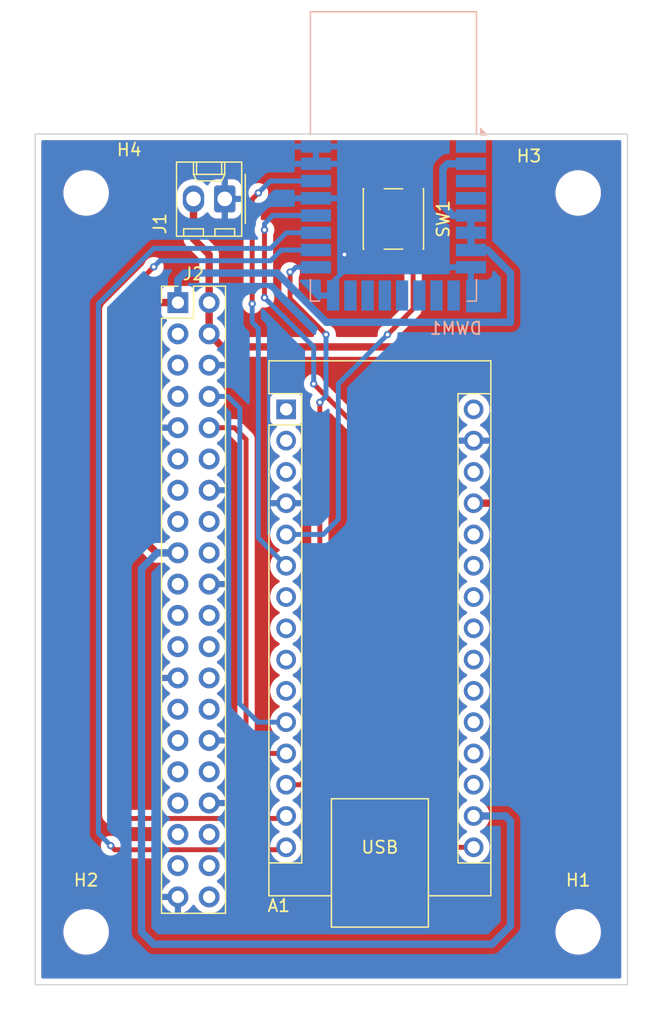
<source format=kicad_pcb>
(kicad_pcb (version 20240108) (generator "pcbnew") (generator_version "8.0")
  (layers (0 "F.Cu" signal) (31 "B.Cu" signal) (34 "B.Paste" user) (35 "F.Paste" user) (36 "B.SilkS" user "B.Silkscreen") (37 "F.SilkS" user "F.Silkscreen") (38 "B.Mask" user) (39 "F.Mask" user) (44 "Edge.Cuts" user))
  (net 0 "")
  (net 4 "/IRQ")
  (net 5 "/CS")
  (net 8 "/SCK")
  (net 14 "GND")
  (net 17 "/SOS")
  (net 19 "/GSM_TX")
  (net 20 "/MOSI")
  (net 22 "+3.3V")
  (net 24 "/GSM_RX")
  (net 28 "/MISO")
  (net 29 "+5V")
  (footprint "Module:Arduino_Nano" (layer "F.Cu") (at 112.26 115.57)
    (property "Reference" "A1" (at -0.6 40.3 180) (layer "F.SilkS"))
    (property "Value" "Arduino_Nano_v3.x")
    (fp_line (start -1.4 -3.94) (end -1.4 -1.27) (stroke (width 0.12)) (layer "F.SilkS"))
    (fp_line (start -1.4 1.27) (end -1.4 39.5) (stroke (width 0.12)) (layer "F.SilkS"))
    (fp_line (start -1.4 39.5) (end 3.68 39.5) (stroke (width 0.12)) (layer "F.SilkS"))
    (fp_line (start 1.27 -1.27) (end -1.4 -1.27) (stroke (width 0.12)) (layer "F.SilkS"))
    (fp_line (start 1.27 1.27) (end -1.4 1.27) (stroke (width 0.12)) (layer "F.SilkS"))
    (fp_line (start 1.27 1.27) (end 1.27 -1.27) (stroke (width 0.12)) (layer "F.SilkS"))
    (fp_line (start 1.27 1.27) (end 1.27 36.83) (stroke (width 0.12)) (layer "F.SilkS"))
    (fp_line (start 1.27 36.83) (end -1.4 36.83) (stroke (width 0.12)) (layer "F.SilkS"))
    (fp_line (start 3.68 31.62) (end 11.56 31.62) (stroke (width 0.12)) (layer "F.SilkS"))
    (fp_line (start 3.68 42.04) (end 3.68 31.62) (stroke (width 0.12)) (layer "F.SilkS"))
    (fp_line (start 11.56 31.62) (end 11.56 42.04) (stroke (width 0.12)) (layer "F.SilkS"))
    (fp_line (start 11.56 42.04) (end 3.68 42.04) (stroke (width 0.12)) (layer "F.SilkS"))
    (fp_line (start 13.97 -1.27) (end 13.97 36.83) (stroke (width 0.12)) (layer "F.SilkS"))
    (fp_line (start 13.97 -1.27) (end 16.64 -1.27) (stroke (width 0.12)) (layer "F.SilkS"))
    (fp_line (start 13.97 36.83) (end 16.64 36.83) (stroke (width 0.12)) (layer "F.SilkS"))
    (fp_line (start 16.64 -3.94) (end -1.4 -3.94) (stroke (width 0.12)) (layer "F.SilkS"))
    (fp_line (start 16.64 39.5) (end 11.56 39.5) (stroke (width 0.12)) (layer "F.SilkS"))
    (fp_line (start 16.64 39.5) (end 16.64 -3.94) (stroke (width 0.12)) (layer "F.SilkS"))
    (fp_text user "USB" (at 7.62 35.56 0) (layer "F.SilkS"))
    (pad "1" thru_hole rect (at 0 0) (size 1.6 1.6) (drill 1) (layers "*.Cu" "*.Mask"))
    (pad "2" thru_hole oval (at 0 2.54) (size 1.6 1.6) (drill 1) (layers "*.Cu" "*.Mask"))
    (pad "3" thru_hole oval (at 0 5.08) (size 1.6 1.6) (drill 1) (layers "*.Cu" "*.Mask"))
    (pad "4" thru_hole oval (at 0 7.62) (size 1.6 1.6) (drill 1) (layers "*.Cu" "*.Mask") (net 14 "GND"))
    (pad "5" thru_hole oval (at 0 10.16) (size 1.6 1.6) (drill 1) (layers "*.Cu" "*.Mask") (net 17 "/SOS"))
    (pad "6" thru_hole oval (at 0 12.7) (size 1.6 1.6) (drill 1) (layers "*.Cu" "*.Mask") (net 4 "/IRQ"))
    (pad "7" thru_hole oval (at 0 15.24) (size 1.6 1.6) (drill 1) (layers "*.Cu" "*.Mask"))
    (pad "8" thru_hole oval (at 0 17.78) (size 1.6 1.6) (drill 1) (layers "*.Cu" "*.Mask"))
    (pad "9" thru_hole oval (at 0 20.32) (size 1.6 1.6) (drill 1) (layers "*.Cu" "*.Mask"))
    (pad "10" thru_hole oval (at 0 22.86) (size 1.6 1.6) (drill 1) (layers "*.Cu" "*.Mask"))
    (pad "11" thru_hole oval (at 0 25.4) (size 1.6 1.6) (drill 1) (layers "*.Cu" "*.Mask") (net 19 "/GSM_TX"))
    (pad "12" thru_hole oval (at 0 27.94) (size 1.6 1.6) (drill 1) (layers "*.Cu" "*.Mask") (net 24 "/GSM_RX"))
    (pad "13" thru_hole oval (at 0 30.48) (size 1.6 1.6) (drill 1) (layers "*.Cu" "*.Mask") (net 5 "/CS"))
    (pad "14" thru_hole oval (at 0 33.02) (size 1.6 1.6) (drill 1) (layers "*.Cu" "*.Mask") (net 20 "/MOSI"))
    (pad "15" thru_hole oval (at 0 35.56) (size 1.6 1.6) (drill 1) (layers "*.Cu" "*.Mask") (net 28 "/MISO"))
    (pad "16" thru_hole oval (at 15.24 35.56) (size 1.6 1.6) (drill 1) (layers "*.Cu" "*.Mask") (net 8 "/SCK"))
    (pad "17" thru_hole oval (at 15.24 33.02) (size 1.6 1.6) (drill 1) (layers "*.Cu" "*.Mask") (net 22 "+3.3V"))
    (pad "18" thru_hole oval (at 15.24 30.48) (size 1.6 1.6) (drill 1) (layers "*.Cu" "*.Mask"))
    (pad "19" thru_hole oval (at 15.24 27.94) (size 1.6 1.6) (drill 1) (layers "*.Cu" "*.Mask"))
    (pad "20" thru_hole oval (at 15.24 25.4) (size 1.6 1.6) (drill 1) (layers "*.Cu" "*.Mask"))
    (pad "21" thru_hole oval (at 15.24 22.86) (size 1.6 1.6) (drill 1) (layers "*.Cu" "*.Mask"))
    (pad "22" thru_hole oval (at 15.24 20.32) (size 1.6 1.6) (drill 1) (layers "*.Cu" "*.Mask"))
    (pad "23" thru_hole oval (at 15.24 17.78) (size 1.6 1.6) (drill 1) (layers "*.Cu" "*.Mask"))
    (pad "24" thru_hole oval (at 15.24 15.24) (size 1.6 1.6) (drill 1) (layers "*.Cu" "*.Mask"))
    (pad "25" thru_hole oval (at 15.24 12.7) (size 1.6 1.6) (drill 1) (layers "*.Cu" "*.Mask"))
    (pad "26" thru_hole oval (at 15.24 10.16) (size 1.6 1.6) (drill 1) (layers "*.Cu" "*.Mask"))
    (pad "27" thru_hole oval (at 15.24 7.62) (size 1.6 1.6) (drill 1) (layers "*.Cu" "*.Mask") (net 29 "+5V"))
    (pad "28" thru_hole oval (at 15.24 5.08) (size 1.6 1.6) (drill 1) (layers "*.Cu" "*.Mask"))
    (pad "29" thru_hole oval (at 15.24 2.54) (size 1.6 1.6) (drill 1) (layers "*.Cu" "*.Mask") (net 14 "GND"))
    (pad "30" thru_hole oval (at 15.24 0) (size 1.6 1.6) (drill 1) (layers "*.Cu" "*.Mask"))
  )
  (footprint "MountingHole:MountingHole_3.2mm_M3" (layer "F.Cu") (at 96 98)
    (property "Reference" "H4" (at 3.5 -3.5 0) (layer "F.SilkS"))
    (property "Value" "MountingHole")
    (pad "" np_thru_hole circle (at 0 0) (size 3.2 3.2) (drill 3.2) (layers "*.Cu" "*.Mask"))
  )
  (footprint "Button_Switch_SMD:SW_SPST_PTS647_Sx70" (layer "F.Cu") (at 120.98 100.11 -90)
    (property "Reference" "SW1" (at 0 -4.05 90) (layer "F.SilkS"))
    (property "Value" "SOS BUTTON")
    (fp_line (start -2.45 2.45) (end 2.45 2.45) (stroke (width 0.12)) (layer "F.SilkS"))
    (fp_line (start -2.45 2.45) (end -2.45 2.4) (stroke (width 0.12)) (layer "F.SilkS"))
    (fp_line (start 2.45 2.45) (end 2.45 2.4) (stroke (width 0.12)) (layer "F.SilkS"))
    (fp_line (start -2.45 -0.75) (end -2.45 0.75) (stroke (width 0.12)) (layer "F.SilkS"))
    (fp_line (start 2.45 -0.75) (end 2.45 0.75) (stroke (width 0.12)) (layer "F.SilkS"))
    (fp_line (start -2.45 -2.45) (end -2.45 -2.4) (stroke (width 0.12)) (layer "F.SilkS"))
    (fp_line (start -2.45 -2.45) (end 2.45 -2.45) (stroke (width 0.12)) (layer "F.SilkS"))
    (fp_line (start 2.45 -2.45) (end 2.45 -2.4) (stroke (width 0.12)) (layer "F.SilkS"))
    (pad "1" smd roundrect (at -2.625 -1.6 270) (size 1.55 1) (layers "F.Cu" "F.Paste" "F.Mask") (net 17 "/SOS"))
    (pad "1" smd roundrect (at 2.625 -1.6 270) (size 1.55 1) (layers "F.Cu" "F.Paste" "F.Mask") (net 17 "/SOS"))
    (pad "2" smd roundrect (at -2.625 1.6 270) (size 1.55 1) (layers "F.Cu" "F.Paste" "F.Mask") (net 14 "GND"))
    (pad "2" smd roundrect (at 2.625 1.6 270) (size 1.55 1) (layers "F.Cu" "F.Paste" "F.Mask") (net 14 "GND"))
  )
  (footprint "MountingHole:MountingHole_3.2mm_M3" (layer "F.Cu") (at 96 158)
    (property "Reference" "H2" (at 0 -4.2 0) (layer "F.SilkS"))
    (property "Value" "MountingHole")
    (pad "" np_thru_hole circle (at 0 0) (size 3.2 3.2) (drill 3.2) (layers "*.Cu" "*.Mask"))
  )
  (footprint "MountingHole:MountingHole_3.2mm_M3" (layer "F.Cu") (at 136 158)
    (property "Reference" "H1" (at 0 -4.2 0) (layer "F.SilkS"))
    (property "Value" "MountingHole")
    (pad "" np_thru_hole circle (at 0 0) (size 3.2 3.2) (drill 3.2) (layers "*.Cu" "*.Mask"))
  )
  (footprint "Connector_PinHeader_2.54mm:PinHeader_2x20_P2.54mm_Vertical" (layer "F.Cu") (at 103.46 106.9)
    (property "Reference" "J2" (at 1.27 -2.33 0) (layer "F.SilkS"))
    (property "Value" "GSM/BT/GNSS Module")
    (fp_line (start -1.33 -1.33) (end 0 -1.33) (stroke (width 0.12)) (layer "F.SilkS"))
    (fp_line (start -1.33 0) (end -1.33 -1.33) (stroke (width 0.12)) (layer "F.SilkS"))
    (fp_line (start -1.33 1.27) (end -1.33 49.59) (stroke (width 0.12)) (layer "F.SilkS"))
    (fp_line (start -1.33 1.27) (end 1.27 1.27) (stroke (width 0.12)) (layer "F.SilkS"))
    (fp_line (start -1.33 49.59) (end 3.87 49.59) (stroke (width 0.12)) (layer "F.SilkS"))
    (fp_line (start 1.27 -1.33) (end 3.87 -1.33) (stroke (width 0.12)) (layer "F.SilkS"))
    (fp_line (start 1.27 1.27) (end 1.27 -1.33) (stroke (width 0.12)) (layer "F.SilkS"))
    (fp_line (start 3.87 -1.33) (end 3.87 49.59) (stroke (width 0.12)) (layer "F.SilkS"))
    (pad "1" thru_hole rect (at 0 0) (size 1.7 1.7) (drill 1) (layers "*.Cu" "*.Mask") (net 22 "+3.3V"))
    (pad "2" thru_hole oval (at 2.54 0) (size 1.7 1.7) (drill 1) (layers "*.Cu" "*.Mask") (net 29 "+5V"))
    (pad "3" thru_hole oval (at 0 2.54) (size 1.7 1.7) (drill 1) (layers "*.Cu" "*.Mask"))
    (pad "4" thru_hole oval (at 2.54 2.54) (size 1.7 1.7) (drill 1) (layers "*.Cu" "*.Mask") (net 29 "+5V"))
    (pad "5" thru_hole oval (at 0 5.08) (size 1.7 1.7) (drill 1) (layers "*.Cu" "*.Mask"))
    (pad "6" thru_hole oval (at 2.54 5.08) (size 1.7 1.7) (drill 1) (layers "*.Cu" "*.Mask") (net 14 "GND"))
    (pad "7" thru_hole oval (at 0 7.62) (size 1.7 1.7) (drill 1) (layers "*.Cu" "*.Mask"))
    (pad "8" thru_hole oval (at 2.54 7.62) (size 1.7 1.7) (drill 1) (layers "*.Cu" "*.Mask") (net 19 "/GSM_TX"))
    (pad "9" thru_hole oval (at 0 10.16) (size 1.7 1.7) (drill 1) (layers "*.Cu" "*.Mask") (net 14 "GND"))
    (pad "10" thru_hole oval (at 2.54 10.16) (size 1.7 1.7) (drill 1) (layers "*.Cu" "*.Mask") (net 24 "/GSM_RX"))
    (pad "11" thru_hole oval (at 0 12.7) (size 1.7 1.7) (drill 1) (layers "*.Cu" "*.Mask"))
    (pad "12" thru_hole oval (at 2.54 12.7) (size 1.7 1.7) (drill 1) (layers "*.Cu" "*.Mask"))
    (pad "13" thru_hole oval (at 0 15.24) (size 1.7 1.7) (drill 1) (layers "*.Cu" "*.Mask"))
    (pad "14" thru_hole oval (at 2.54 15.24) (size 1.7 1.7) (drill 1) (layers "*.Cu" "*.Mask") (net 14 "GND"))
    (pad "15" thru_hole oval (at 0 17.78) (size 1.7 1.7) (drill 1) (layers "*.Cu" "*.Mask"))
    (pad "16" thru_hole oval (at 2.54 17.78) (size 1.7 1.7) (drill 1) (layers "*.Cu" "*.Mask"))
    (pad "17" thru_hole oval (at 0 20.32) (size 1.7 1.7) (drill 1) (layers "*.Cu" "*.Mask") (net 22 "+3.3V"))
    (pad "18" thru_hole oval (at 2.54 20.32) (size 1.7 1.7) (drill 1) (layers "*.Cu" "*.Mask"))
    (pad "19" thru_hole oval (at 0 22.86) (size 1.7 1.7) (drill 1) (layers "*.Cu" "*.Mask"))
    (pad "20" thru_hole oval (at 2.54 22.86) (size 1.7 1.7) (drill 1) (layers "*.Cu" "*.Mask") (net 14 "GND"))
    (pad "21" thru_hole oval (at 0 25.4) (size 1.7 1.7) (drill 1) (layers "*.Cu" "*.Mask"))
    (pad "22" thru_hole oval (at 2.54 25.4) (size 1.7 1.7) (drill 1) (layers "*.Cu" "*.Mask"))
    (pad "23" thru_hole oval (at 0 27.94) (size 1.7 1.7) (drill 1) (layers "*.Cu" "*.Mask"))
    (pad "24" thru_hole oval (at 2.54 27.94) (size 1.7 1.7) (drill 1) (layers "*.Cu" "*.Mask"))
    (pad "25" thru_hole oval (at 0 30.48) (size 1.7 1.7) (drill 1) (layers "*.Cu" "*.Mask") (net 14 "GND"))
    (pad "26" thru_hole oval (at 2.54 30.48) (size 1.7 1.7) (drill 1) (layers "*.Cu" "*.Mask"))
    (pad "27" thru_hole oval (at 0 33.02) (size 1.7 1.7) (drill 1) (layers "*.Cu" "*.Mask"))
    (pad "28" thru_hole oval (at 2.54 33.02) (size 1.7 1.7) (drill 1) (layers "*.Cu" "*.Mask"))
    (pad "29" thru_hole oval (at 0 35.56) (size 1.7 1.7) (drill 1) (layers "*.Cu" "*.Mask"))
    (pad "30" thru_hole oval (at 2.54 35.56) (size 1.7 1.7) (drill 1) (layers "*.Cu" "*.Mask") (net 14 "GND"))
    (pad "31" thru_hole oval (at 0 38.1) (size 1.7 1.7) (drill 1) (layers "*.Cu" "*.Mask"))
    (pad "32" thru_hole oval (at 2.54 38.1) (size 1.7 1.7) (drill 1) (layers "*.Cu" "*.Mask"))
    (pad "33" thru_hole oval (at 0 40.64) (size 1.7 1.7) (drill 1) (layers "*.Cu" "*.Mask"))
    (pad "34" thru_hole oval (at 2.54 40.64) (size 1.7 1.7) (drill 1) (layers "*.Cu" "*.Mask") (net 14 "GND"))
    (pad "35" thru_hole oval (at 0 43.18) (size 1.7 1.7) (drill 1) (layers "*.Cu" "*.Mask"))
    (pad "36" thru_hole oval (at 2.54 43.18) (size 1.7 1.7) (drill 1) (layers "*.Cu" "*.Mask"))
    (pad "37" thru_hole oval (at 0 45.72) (size 1.7 1.7) (drill 1) (layers "*.Cu" "*.Mask"))
    (pad "38" thru_hole oval (at 2.54 45.72) (size 1.7 1.7) (drill 1) (layers "*.Cu" "*.Mask"))
    (pad "39" thru_hole oval (at 0 48.26) (size 1.7 1.7) (drill 1) (layers "*.Cu" "*.Mask") (net 14 "GND"))
    (pad "40" thru_hole oval (at 2.54 48.26) (size 1.7 1.7) (drill 1) (layers "*.Cu" "*.Mask"))
  )
  (footprint "MountingHole:MountingHole_3.2mm_M3" (layer "F.Cu") (at 136 98)
    (property "Reference" "H3" (at -4 -3 0) (layer "F.SilkS"))
    (property "Value" "MountingHole")
    (pad "" np_thru_hole circle (at 0 0) (size 3.2 3.2) (drill 3.2) (layers "*.Cu" "*.Mask"))
  )
  (footprint "Connector_Molex:Molex_KK-254_AE-6410-02A_1x02_P2.54mm_Vertical" (layer "F.Cu") (at 107.27 98.48 180)
    (property "Reference" "J1" (at 5.27 -2.02 90) (layer "F.SilkS"))
    (property "Value" "BATT")
    (fp_line (start 3.92 2.99) (end 3.92 -3.03) (stroke (width 0.12)) (layer "F.SilkS"))
    (fp_line (start 3.92 -3.03) (end -1.38 -3.03) (stroke (width 0.12)) (layer "F.SilkS"))
    (fp_line (start 3.34 -2.43) (end 3.34 -3.03) (stroke (width 0.12)) (layer "F.SilkS"))
    (fp_line (start 2.54 1.99) (end 2.54 2.99) (stroke (width 0.12)) (layer "F.SilkS"))
    (fp_line (start 2.29 2.99) (end 2.29 1.99) (stroke (width 0.12)) (layer "F.SilkS"))
    (fp_line (start 2.29 1.46) (end 2.54 1.99) (stroke (width 0.12)) (layer "F.SilkS"))
    (fp_line (start 1.74 -2.43) (end 3.34 -2.43) (stroke (width 0.12)) (layer "F.SilkS"))
    (fp_line (start 1.74 -3.03) (end 1.74 -2.43) (stroke (width 0.12)) (layer "F.SilkS"))
    (fp_line (start 0.8 -2.43) (end 0.8 -3.03) (stroke (width 0.12)) (layer "F.SilkS"))
    (fp_line (start 0.25 2.99) (end 0.25 1.99) (stroke (width 0.12)) (layer "F.SilkS"))
    (fp_line (start 0.25 1.46) (end 2.29 1.46) (stroke (width 0.12)) (layer "F.SilkS"))
    (fp_line (start 0 2.99) (end 0 1.99) (stroke (width 0.12)) (layer "F.SilkS"))
    (fp_line (start 0 1.99) (end 2.54 1.99) (stroke (width 0.12)) (layer "F.SilkS"))
    (fp_line (start 0 1.99) (end 0.25 1.46) (stroke (width 0.12)) (layer "F.SilkS"))
    (fp_line (start -0.8 -2.43) (end 0.8 -2.43) (stroke (width 0.12)) (layer "F.SilkS"))
    (fp_line (start -0.8 -3.03) (end -0.8 -2.43) (stroke (width 0.12)) (layer "F.SilkS"))
    (fp_line (start -1.38 2.99) (end 3.92 2.99) (stroke (width 0.12)) (layer "F.SilkS"))
    (fp_line (start -1.38 -3.03) (end -1.38 2.99) (stroke (width 0.12)) (layer "F.SilkS"))
    (fp_line (start -1.67 -2) (end -1.67 2) (stroke (width 0.12)) (layer "F.SilkS"))
    (pad "1" thru_hole roundrect (at 0 0 180) (size 1.74 2.19) (drill 1.19) (layers "*.Cu" "*.Mask") (roundrect_rratio 0.143678) (net 14 "GND"))
    (pad "2" thru_hole oval (at 2.54 0 180) (size 1.74 2.19) (drill 1.19) (layers "*.Cu" "*.Mask") (net 29 "+5V"))
  )
  (footprint "RF_Module:DWM1000" (layer "B.Cu") (at 120.98 95.03 180)
    (property "Reference" "DWM1" (at -5.08 -13.97 0) (layer "B.SilkS") (effects (justify mirror)))
    (property "Value" "DWM1000")
    (fp_line (start 6.75 11.75) (end -6.75 11.75) (stroke (width 0.12)) (layer "B.SilkS"))
    (fp_line (start 6.75 1.75) (end 6.75 11.75) (stroke (width 0.12)) (layer "B.SilkS"))
    (fp_line (start 6.75 -10) (end 6.75 -11.75) (stroke (width 0.12)) (layer "B.SilkS"))
    (fp_line (start 6.75 -11.75) (end 6 -11.75) (stroke (width 0.12)) (layer "B.SilkS"))
    (fp_line (start -6.75 1.75) (end -6.75 11.75) (stroke (width 0.12)) (layer "B.SilkS"))
    (fp_line (start -6.75 -10) (end -6.75 -11.75) (stroke (width 0.12)) (layer "B.SilkS"))
    (fp_line (start -6.75 -11.75) (end -6 -11.75) (stroke (width 0.12)) (layer "B.SilkS"))
    (fp_poly (pts (xy -7.1 1.75) (xy -7.6 1.75) (xy -7.1 2.25) (xy -7.1 1.75)) (stroke (width 0.12)) (fill solid) (layer "B.SilkS"))
    (pad "1" smd rect (at -6.3 0.7988 90) (size 1 2.45) (layers "B.Cu" "B.Paste" "B.Mask"))
    (pad "2" smd rect (at -6.3 -0.6012 90) (size 1 2.45) (layers "B.Cu" "B.Paste" "B.Mask") (net 22 "+3.3V"))
    (pad "3" smd rect (at -6.3 -2.0012 90) (size 1 2.45) (layers "B.Cu" "B.Paste" "B.Mask"))
    (pad "4" smd rect (at -6.3 -3.4012 90) (size 1 2.45) (layers "B.Cu" "B.Paste" "B.Mask"))
    (pad "5" smd rect (at -6.3 -4.8012 90) (size 1 2.45) (layers "B.Cu" "B.Paste" "B.Mask") (net 22 "+3.3V"))
    (pad "6" smd rect (at -6.3 -6.2012 90) (size 1 2.45) (layers "B.Cu" "B.Paste" "B.Mask") (net 22 "+3.3V"))
    (pad "7" smd rect (at -6.3 -7.6012 90) (size 1 2.45) (layers "B.Cu" "B.Paste" "B.Mask") (net 22 "+3.3V"))
    (pad "8" smd rect (at -6.3 -9.0012 90) (size 1 2.45) (layers "B.Cu" "B.Paste" "B.Mask") (net 14 "GND"))
    (pad "9" smd rect (at -4.9 -11.2962 180) (size 1 2.45) (layers "B.Cu" "B.Paste" "B.Mask"))
    (pad "10" smd rect (at -3.5 -11.2962 180) (size 1 2.45) (layers "B.Cu" "B.Paste" "B.Mask"))
    (pad "11" smd rect (at -2.1 -11.2962 180) (size 1 2.45) (layers "B.Cu" "B.Paste" "B.Mask"))
    (pad "12" smd rect (at -0.7 -11.2962 180) (size 1 2.45) (layers "B.Cu" "B.Paste" "B.Mask"))
    (pad "13" smd rect (at 0.7 -11.2962 180) (size 1 2.45) (layers "B.Cu" "B.Paste" "B.Mask"))
    (pad "14" smd rect (at 2.1 -11.2962 180) (size 1 2.45) (layers "B.Cu" "B.Paste" "B.Mask"))
    (pad "15" smd rect (at 3.5 -11.2962 180) (size 1 2.45) (layers "B.Cu" "B.Paste" "B.Mask"))
    (pad "16" smd rect (at 4.9 -11.2962 180) (size 1 2.45) (layers "B.Cu" "B.Paste" "B.Mask") (net 14 "GND"))
    (pad "17" smd rect (at 6.3 -9 90) (size 1 2.45) (layers "B.Cu" "B.Paste" "B.Mask") (net 5 "/CS"))
    (pad "18" smd rect (at 6.3 -7.6 90) (size 1 2.45) (layers "B.Cu" "B.Paste" "B.Mask") (net 20 "/MOSI"))
    (pad "19" smd rect (at 6.3 -6.2012 90) (size 1 2.45) (layers "B.Cu" "B.Paste" "B.Mask") (net 28 "/MISO"))
    (pad "20" smd rect (at 6.3 -4.8012 90) (size 1 2.45) (layers "B.Cu" "B.Paste" "B.Mask") (net 8 "/SCK"))
    (pad "21" smd rect (at 6.3 -3.4012 90) (size 1 2.45) (layers "B.Cu" "B.Paste" "B.Mask") (net 14 "GND"))
    (pad "22" smd rect (at 6.3 -2.0012 90) (size 1 2.45) (layers "B.Cu" "B.Paste" "B.Mask") (net 4 "/IRQ"))
    (pad "23" smd rect (at 6.3 -0.6012 90) (size 1 2.45) (layers "B.Cu" "B.Paste" "B.Mask") (net 14 "GND"))
    (pad "24" smd rect (at 6.3 0.7988 90) (size 1 2.45) (layers "B.Cu" "B.Paste" "B.Mask") (net 14 "GND"))
    (zone (net 0) (net_name "") (layers "F&B.Cu") (connect_pads (clearance 0)) (min_thickness 0.254)
      (keepout (tracks not_allowed) (vias not_allowed) (pads not_allowed) (copperpour not_allowed) (footprints not_allowed))
      (fill (thermal_gap 0.508) (thermal_bridge_width 0.508))
      (polygon (pts (xy 129.87 93.71) (xy 112.09 93.71) (xy 112.09 82.33) (xy 129.87 82.33)))
    )
  )
  (gr_rect (start 91.86 93.21) (end 140 162.29) (stroke (width 0.1)) (fill none) (layer "Edge.Cuts"))
  (segment (start 110 98) (end 109.5 98.5) (width 0.4) (layer "F.Cu") (net 4))
  (segment (start 109.5 98.5) (end 109.5 107) (width 0.4) (layer "F.Cu") (net 4))
  (via (at 109.5 107) (size 0.6) (drill 0.3) (layers "F.Cu" "B.Cu") (net 4))
  (via (at 110 98) (size 0.6) (drill 0.3) (layers "F.Cu" "B.Cu") (net 4))
  (segment (start 109.5 107) (end 109.5 108.5) (width 0.4) (layer "B.Cu") (net 4))
  (segment (start 110 109) (end 110 126.01) (width 0.4) (layer "B.Cu") (net 4))
  (segment (start 110.9688 97.0312) (end 114.68 97.0312) (width 0.4) (layer "B.Cu") (net 4))
  (segment (start 109.5 108.5) (end 110 109) (width 0.4) (layer "B.Cu") (net 4))
  (segment (start 110 98) (end 110.9688 97.0312) (width 0.4) (layer "B.Cu") (net 4))
  (segment (start 110 126.01) (end 112.26 128.27) (width 0.4) (layer "B.Cu") (net 4))
  (segment (start 115.5 144) (end 115.5 143) (width 0.4) (layer "F.Cu") (net 5))
  (segment (start 115.5 143) (end 115 142.5) (width 0.4) (layer "F.Cu") (net 5))
  (segment (start 113.45 146.05) (end 115.5 144) (width 0.4) (layer "F.Cu") (net 5))
  (segment (start 112.26 146.05) (end 113.45 146.05) (width 0.4) (layer "F.Cu") (net 5))
  (segment (start 112.580086 106.580086) (end 115.5 109.5) (width 0.4) (layer "F.Cu") (net 5))
  (segment (start 115 142.5) (end 115 115) (width 0.4) (layer "F.Cu") (net 5))
  (segment (start 112.580086 104.419914) (end 112.580086 106.580086) (width 0.4) (layer "F.Cu") (net 5))
  (via (at 115 115) (size 0.6) (drill 0.3) (layers "F.Cu" "B.Cu") (net 5))
  (via (at 112.580086 104.419914) (size 0.6) (drill 0.3) (layers "F.Cu" "B.Cu") (net 5))
  (via (at 115.5 109.5) (size 0.6) (drill 0.3) (layers "F.Cu" "B.Cu") (net 5))
  (segment (start 112.580086 104.419914) (end 112.665086 104.419914) (width 0.4) (layer "B.Cu") (net 5))
  (segment (start 115 115) (end 115.5 114.5) (width 0.4) (layer "B.Cu") (net 5))
  (segment (start 115.5 114.5) (end 115.5 109.5) (width 0.4) (layer "B.Cu") (net 5))
  (segment (start 113.055 104.03) (end 114.68 104.03) (width 0.4) (layer "B.Cu") (net 5))
  (segment (start 112.665086 104.419914) (end 113.055 104.03) (width 0.4) (layer "B.Cu") (net 5))
  (segment (start 123.5 150.5) (end 123.5 122.5) (width 0.4) (layer "F.Cu") (net 8))
  (segment (start 123.5 122.5) (end 114.5 113.5) (width 0.4) (layer "F.Cu") (net 8))
  (segment (start 124.13 151.13) (end 123.5 150.5) (width 0.4) (layer "F.Cu") (net 8))
  (segment (start 127.5 151.13) (end 124.13 151.13) (width 0.4) (layer "F.Cu") (net 8))
  (segment (start 110.5 106.5) (end 110.5 101) (width 0.4) (layer "F.Cu") (net 8))
  (via (at 114.5 113.5) (size 0.6) (drill 0.3) (layers "F.Cu" "B.Cu") (net 8))
  (via (at 110.5 106.5) (size 0.6) (drill 0.3) (layers "F.Cu" "B.Cu") (net 8))
  (via (at 110.5 101) (size 0.6) (drill 0.3) (layers "F.Cu" "B.Cu") (net 8))
  (segment (start 114.5 110.5) (end 110.5 106.5) (width 0.4) (layer "B.Cu") (net 8))
  (segment (start 111.1688 99.8312) (end 114.68 99.8312) (width 0.4) (layer "B.Cu") (net 8))
  (segment (start 110.5 101) (end 110.5 100.5) (width 0.4) (layer "B.Cu") (net 8))
  (segment (start 110.5 100.5) (end 111.1688 99.8312) (width 0.4) (layer "B.Cu") (net 8))
  (segment (start 114.5 113.5) (end 114.5 110.5) (width 0.4) (layer "B.Cu") (net 8))
  (segment (start 119.115 103) (end 119.38 102.735) (width 0.4) (layer "F.Cu") (net 14))
  (segment (start 119.115 103) (end 117 103) (width 0.4) (layer "F.Cu") (net 14))
  (segment (start 117 103) (end 117.5 103) (width 0.4) (layer "F.Cu") (net 14))
  (via (at 117 103) (size 0.6) (drill 0.3) (layers "F.Cu" "B.Cu") (net 14))
  (segment (start 117 104.2812) (end 116.08 105.2012) (width 0.4) (layer "B.Cu") (net 14))
  (segment (start 117 103) (end 117 104.2812) (width 0.4) (layer "B.Cu") (net 14))
  (segment (start 116.08 105.2012) (end 116.08 106.3262) (width 0.4) (layer "B.Cu") (net 14))
  (segment (start 122 108) (end 120.5 109.5) (width 0.4) (layer "F.Cu") (net 17))
  (segment (start 122.58 97.485) (end 122.58 102.735) (width 0.4) (layer "F.Cu") (net 17))
  (segment (start 122.58 102.735) (end 122.58 107.42) (width 0.4) (layer "F.Cu") (net 17))
  (segment (start 122 108) (end 122 108.051202) (width 0.4) (layer "F.Cu") (net 17))
  (segment (start 122.58 107.42) (end 122 108) (width 0.4) (layer "F.Cu") (net 17))
  (via (at 120.5 109.5) (size 0.6) (drill 0.3) (layers "F.Cu" "B.Cu") (net 17))
  (segment (start 115.27 125.73) (end 112.26 125.73) (width 0.4) (layer "B.Cu") (net 17))
  (segment (start 116.5 113.5) (end 116.5 124.5) (width 0.4) (layer "B.Cu") (net 17))
  (segment (start 120.5 109.5) (end 116.5 113.5) (width 0.4) (layer "B.Cu") (net 17))
  (segment (start 116.5 124.5) (end 115.27 125.73) (width 0.4) (layer "B.Cu") (net 17))
  (segment (start 108.5 115.5) (end 108.5 139.5) (width 0.4) (layer "B.Cu") (net 19))
  (segment (start 107.52 114.52) (end 108.5 115.5) (width 0.4) (layer "B.Cu") (net 19))
  (segment (start 106 114.52) (end 107.52 114.52) (width 0.4) (layer "B.Cu") (net 19))
  (segment (start 108.5 139.5) (end 109.97 140.97) (width 0.4) (layer "B.Cu") (net 19))
  (segment (start 109.97 140.97) (end 112.26 140.97) (width 0.4) (layer "B.Cu") (net 19))
  (segment (start 98.29 148.79) (end 98 148.5) (width 0.4) (layer "F.Cu") (net 20))
  (segment (start 112.06 148.79) (end 98.29 148.79) (width 0.4) (layer "F.Cu") (net 20))
  (segment (start 112.26 148.59) (end 112.06 148.79) (width 0.4) (layer "F.Cu") (net 20))
  (segment (start 98 107.5) (end 101.5 104) (width 0.4) (layer "F.Cu") (net 20))
  (segment (start 98 148.5) (end 98 107.5) (width 0.4) (layer "F.Cu") (net 20))
  (via (at 101.5 104) (size 0.6) (drill 0.3) (layers "F.Cu" "B.Cu") (net 20))
  (segment (start 111 103.5) (end 102 103.5) (width 0.4) (layer "B.Cu") (net 20))
  (segment (start 102 103.5) (end 101.5 104) (width 0.4) (layer "B.Cu") (net 20))
  (segment (start 111.87 102.63) (end 114.68 102.63) (width 0.4) (layer "B.Cu") (net 20))
  (segment (start 111 103.5) (end 111.87 102.63) (width 0.4) (layer "B.Cu") (net 20))
  (segment (start 100.5 108) (end 100.5 126) (width 0.6) (layer "F.Cu") (net 22))
  (segment (start 100.5 126) (end 101.72 127.22) (width 0.6) (layer "F.Cu") (net 22))
  (segment (start 103.46 106.9) (end 101.6 106.9) (width 0.6) (layer "F.Cu") (net 22))
  (segment (start 101.72 127.22) (end 103.46 127.22) (width 0.6) (layer "F.Cu") (net 22))
  (segment (start 101.6 106.9) (end 100.5 108) (width 0.6) (layer "F.Cu") (net 22))
  (segment (start 130.5 149) (end 130.09 148.59) (width 0.6) (layer "B.Cu") (net 22))
  (segment (start 130.5 108.5) (end 130.5 104.5) (width 0.6) (layer "B.Cu") (net 22))
  (segment (start 127.28 99.8312) (end 127.28 101.2312) (width 0.6) (layer "B.Cu") (net 22))
  (segment (start 127.28 101.2312) (end 127.28 102.6312) (width 0.6) (layer "B.Cu") (net 22))
  (segment (start 100.5 158) (end 101.5 159) (width 0.6) (layer "B.Cu") (net 22))
  (segment (start 103.46 105.04) (end 104 104.5) (width 0.6) (layer "B.Cu") (net 22))
  (segment (start 101.78 127.22) (end 100.5 128.5) (width 0.6) (layer "B.Cu") (net 22))
  (segment (start 111.5288 104.5) (end 115.5288 108.5) (width 0.6) (layer "B.Cu") (net 22))
  (segment (start 127.3688 95.6312) (end 127.5 95.5) (width 0.6) (layer "B.Cu") (net 22))
  (segment (start 115.5288 108.5) (end 130.5 108.5) (width 0.6) (layer "B.Cu") (net 22))
  (segment (start 104 104.5) (end 111.5288 104.5) (width 0.6) (layer "B.Cu") (net 22))
  (segment (start 129 159) (end 130.5 157.5) (width 0.6) (layer "B.Cu") (net 22))
  (segment (start 128.6312 102.6312) (end 127.28 102.6312) (width 0.6) (layer "B.Cu") (net 22))
  (segment (start 101.5 159) (end 129 159) (width 0.6) (layer "B.Cu") (net 22))
  (segment (start 125 99) (end 125.8312 99.8312) (width 0.6) (layer "B.Cu") (net 22))
  (segment (start 125 96) (end 125 99) (width 0.6) (layer "B.Cu") (net 22))
  (segment (start 125.8312 99.8312) (end 127.28 99.8312) (width 0.6) (layer "B.Cu") (net 22))
  (segment (start 103.46 127.22) (end 101.78 127.22) (width 0.6) (layer "B.Cu") (net 22))
  (segment (start 130.09 148.59) (end 127.5 148.59) (width 0.6) (layer "B.Cu") (net 22))
  (segment (start 127.28 95.6312) (end 125.3688 95.6312) (width 0.6) (layer "B.Cu") (net 22))
  (segment (start 130.5 104.5) (end 128.6312 102.6312) (width 0.6) (layer "B.Cu") (net 22))
  (segment (start 130.5 157.5) (end 130.5 149) (width 0.6) (layer "B.Cu") (net 22))
  (segment (start 125.3688 95.6312) (end 125 96) (width 0.6) (layer "B.Cu") (net 22))
  (segment (start 103.46 106.9) (end 103.46 105.04) (width 0.6) (layer "B.Cu") (net 22))
  (segment (start 100.5 128.5) (end 100.5 158) (width 0.6) (layer "B.Cu") (net 22))
  (segment (start 106 117.06) (end 108.06 117.06) (width 0.4) (layer "F.Cu") (net 24))
  (segment (start 108.06 117.06) (end 109 118) (width 0.4) (layer "F.Cu") (net 24))
  (segment (start 110.01 143.51) (end 112.26 143.51) (width 0.4) (layer "F.Cu") (net 24))
  (segment (start 109 118) (end 109 142.5) (width 0.4) (layer "F.Cu") (net 24))
  (segment (start 109 142.5) (end 110.01 143.51) (width 0.4) (layer "F.Cu") (net 24))
  (segment (start 98.33 151.33) (end 112.06 151.33) (width 0.4) (layer "F.Cu") (net 28))
  (segment (start 98 151) (end 98.33 151.33) (width 0.4) (layer "F.Cu") (net 28))
  (segment (start 112.06 151.33) (end 112.26 151.13) (width 0.4) (layer "F.Cu") (net 28))
  (via (at 98 151) (size 0.6) (drill 0.3) (layers "F.Cu" "B.Cu") (net 28))
  (segment (start 98 151) (end 97 150) (width 0.4) (layer "B.Cu") (net 28))
  (segment (start 101.5 102.5) (end 111 102.5) (width 0.4) (layer "B.Cu") (net 28))
  (segment (start 111 102.5) (end 112.2688 101.2312) (width 0.4) (layer "B.Cu") (net 28))
  (segment (start 97 150) (end 97 107) (width 0.4) (layer "B.Cu") (net 28))
  (segment (start 112.2688 101.2312) (end 114.68 101.2312) (width 0.4) (layer "B.Cu") (net 28))
  (segment (start 97 107) (end 101.5 102.5) (width 0.4) (layer "B.Cu") (net 28))
  (segment (start 104.73 101.73) (end 104.73 98.48) (width 0.6) (layer "F.Cu") (net 29))
  (segment (start 130.5 122.5) (end 129.81 123.19) (width 0.6) (layer "F.Cu") (net 29))
  (segment (start 129.81 123.19) (end 127.5 123.19) (width 0.6) (layer "F.Cu") (net 29))
  (segment (start 106 106.9) (end 106 103) (width 0.6) (layer "F.Cu") (net 29))
  (segment (start 130 110.5) (end 130.5 111) (width 0.6) (layer "F.Cu") (net 29))
  (segment (start 107.06 110.5) (end 130 110.5) (width 0.6) (layer "F.Cu") (net 29))
  (segment (start 106 109.44) (end 107.06 110.5) (width 0.6) (layer "F.Cu") (net 29))
  (segment (start 106 106.9) (end 106 109.44) (width 0.6) (layer "F.Cu") (net 29))
  (segment (start 106 103) (end 104.73 101.73) (width 0.6) (layer "F.Cu") (net 29))
  (segment (start 130.5 111) (end 130.5 122.5) (width 0.6) (layer "F.Cu") (net 29))
  (zone (net 14) (net_name "GND") (layers "F&B.Cu") (priority 1) (connect_pads (clearance 0.5)) (min_thickness 0.25) (fill yes (thermal_gap 0.5) (thermal_bridge_width 0.5))
    (polygon (pts (xy 142.5 92) (xy 89 91.5) (xy 89.5 165.5) (xy 143 165.5)))
  )
)
</source>
